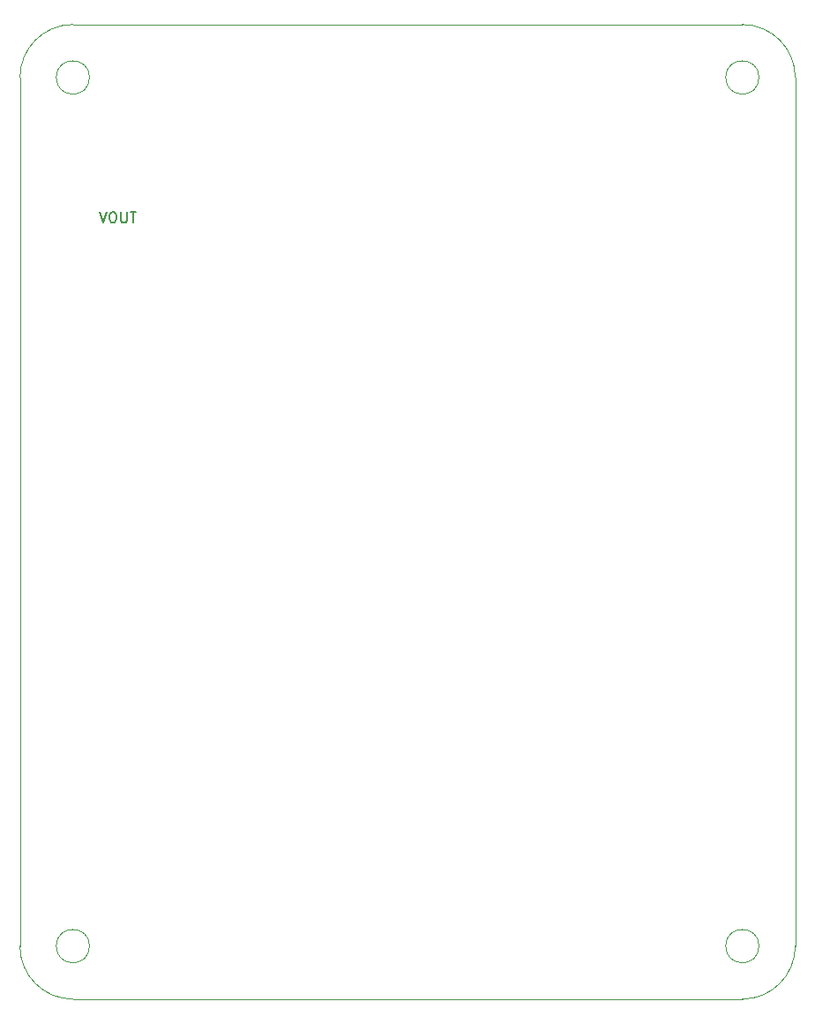
<source format=gbr>
%TF.GenerationSoftware,KiCad,Pcbnew,(6.0.5)*%
%TF.CreationDate,2023-07-06T17:20:31+08:00*%
%TF.ProjectId,compare,636f6d70-6172-4652-9e6b-696361645f70,rev?*%
%TF.SameCoordinates,Original*%
%TF.FileFunction,Profile,NP*%
%FSLAX46Y46*%
G04 Gerber Fmt 4.6, Leading zero omitted, Abs format (unit mm)*
G04 Created by KiCad (PCBNEW (6.0.5)) date 2023-07-06 17:20:31*
%MOMM*%
%LPD*%
G01*
G04 APERTURE LIST*
%ADD10C,0.150000*%
%TA.AperFunction,Profile*%
%ADD11C,0.100000*%
%TD*%
G04 APERTURE END LIST*
D10*
X117110095Y-67016380D02*
X117443428Y-68016380D01*
X117776761Y-67016380D01*
X118300571Y-67016380D02*
X118491047Y-67016380D01*
X118586285Y-67064000D01*
X118681523Y-67159238D01*
X118729142Y-67349714D01*
X118729142Y-67683047D01*
X118681523Y-67873523D01*
X118586285Y-67968761D01*
X118491047Y-68016380D01*
X118300571Y-68016380D01*
X118205333Y-67968761D01*
X118110095Y-67873523D01*
X118062476Y-67683047D01*
X118062476Y-67349714D01*
X118110095Y-67159238D01*
X118205333Y-67064000D01*
X118300571Y-67016380D01*
X119157714Y-67016380D02*
X119157714Y-67825904D01*
X119205333Y-67921142D01*
X119252952Y-67968761D01*
X119348190Y-68016380D01*
X119538666Y-68016380D01*
X119633904Y-67968761D01*
X119681523Y-67921142D01*
X119729142Y-67825904D01*
X119729142Y-67016380D01*
X120062476Y-67016380D02*
X120633904Y-67016380D01*
X120348190Y-68016380D02*
X120348190Y-67016380D01*
D11*
X180415998Y-137413998D02*
G75*
G03*
X180415998Y-137413998I-1600000J0D01*
G01*
X116154002Y-137413998D02*
G75*
G03*
X116154002Y-137413998I-1600000J0D01*
G01*
X183896000Y-134366000D02*
X183896000Y-137414000D01*
X109474000Y-134366000D02*
X109474000Y-137414000D01*
X180416000Y-54102001D02*
G75*
G03*
X180416000Y-54102001I-1600000J0D01*
G01*
X116154000Y-54102001D02*
G75*
G03*
X116154000Y-54102001I-1600000J0D01*
G01*
X183896002Y-54101999D02*
X183896002Y-58419999D01*
X109474000Y-54102001D02*
X109474000Y-58420001D01*
X183896002Y-58419999D02*
X183896002Y-60959998D01*
X109474000Y-58420001D02*
X109474000Y-60960000D01*
X183896000Y-129540000D02*
X183896000Y-134366000D01*
X109474000Y-129540000D02*
X109474000Y-134366000D01*
X114554000Y-49022001D02*
X178816002Y-49021999D01*
X109474000Y-129540000D02*
X109474000Y-60960000D01*
X178816000Y-142494000D02*
X114554000Y-142494000D01*
X183896002Y-60959998D02*
X183896000Y-129540000D01*
X183896002Y-54101999D02*
G75*
G03*
X178816002Y-49021999I-5080002J-2D01*
G01*
X178816000Y-142494000D02*
G75*
G03*
X183896000Y-137414000I-2J5080002D01*
G01*
X109474000Y-137414000D02*
G75*
G03*
X114554000Y-142494000I5080002J2D01*
G01*
X114554000Y-49022001D02*
G75*
G03*
X109474000Y-54102001I0J-5080000D01*
G01*
M02*

</source>
